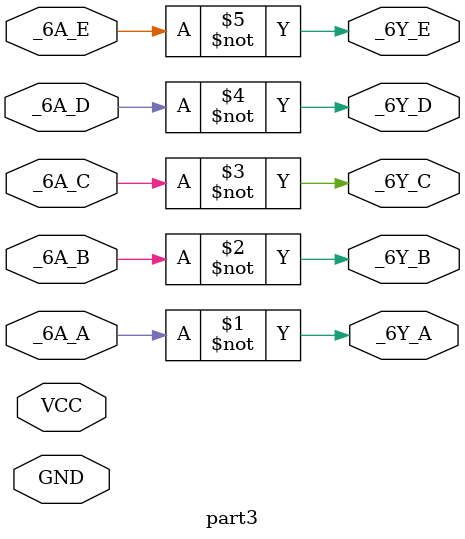
<source format=v>
module part3(	// file.cleaned.mlir:2:3
  input  _6A_A,	// file.cleaned.mlir:2:23
         VCC,	// file.cleaned.mlir:2:46
         GND,	// file.cleaned.mlir:2:60
         _6A_B,	// file.cleaned.mlir:2:74
         _6A_C,	// file.cleaned.mlir:2:97
         _6A_D,	// file.cleaned.mlir:2:120
         _6A_E,	// file.cleaned.mlir:2:143
  output _6Y_A,	// file.cleaned.mlir:2:167
         _6Y_B,	// file.cleaned.mlir:2:184
         _6Y_C,	// file.cleaned.mlir:2:201
         _6Y_D,	// file.cleaned.mlir:2:218
         _6Y_E	// file.cleaned.mlir:2:235
);

  assign _6Y_A = ~_6A_A;	// file.cleaned.mlir:4:10, :9:5
  assign _6Y_B = ~_6A_B;	// file.cleaned.mlir:5:10, :9:5
  assign _6Y_C = ~_6A_C;	// file.cleaned.mlir:6:10, :9:5
  assign _6Y_D = ~_6A_D;	// file.cleaned.mlir:7:10, :9:5
  assign _6Y_E = ~_6A_E;	// file.cleaned.mlir:8:10, :9:5
endmodule


</source>
